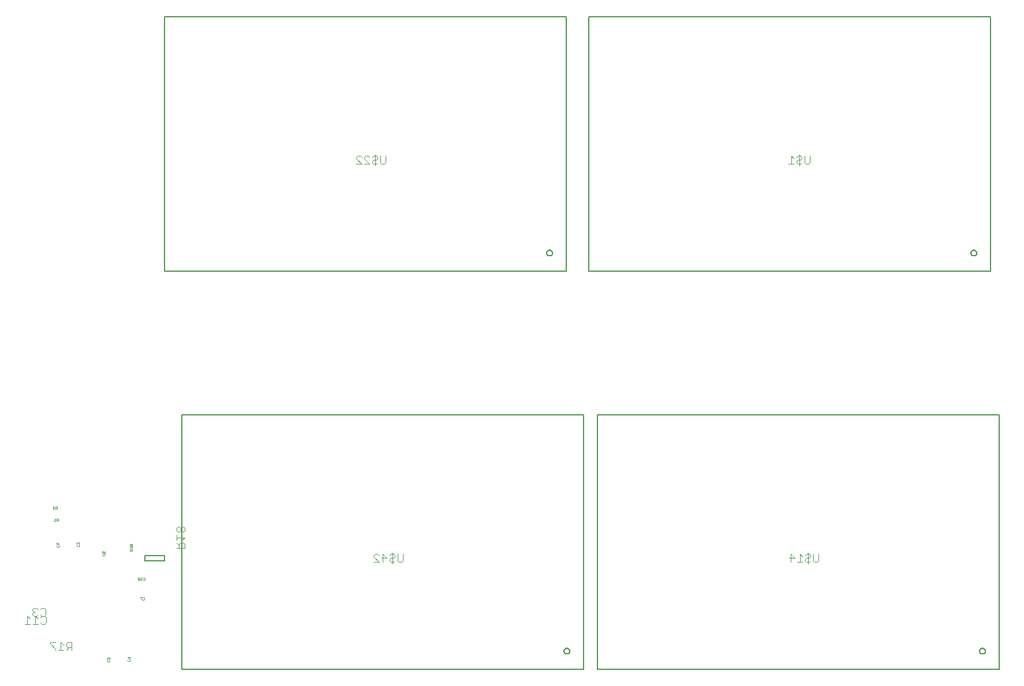
<source format=gbo>
G75*
%MOIN*%
%OFA0B0*%
%FSLAX25Y25*%
%IPPOS*%
%LPD*%
%AMOC8*
5,1,8,0,0,1.08239X$1,22.5*
%
%ADD10C,0.00500*%
%ADD11C,0.00400*%
%ADD12C,0.00100*%
%ADD13C,0.00600*%
D10*
X0103996Y0009980D02*
X0103996Y0156988D01*
X0336004Y0156988D01*
X0336004Y0009980D01*
X0103996Y0009980D01*
X0324629Y0020492D02*
X0324631Y0020573D01*
X0324637Y0020654D01*
X0324647Y0020735D01*
X0324661Y0020815D01*
X0324678Y0020895D01*
X0324700Y0020973D01*
X0324725Y0021050D01*
X0324754Y0021126D01*
X0324787Y0021201D01*
X0324823Y0021274D01*
X0324863Y0021345D01*
X0324906Y0021413D01*
X0324953Y0021480D01*
X0325002Y0021545D01*
X0325055Y0021606D01*
X0325111Y0021666D01*
X0325170Y0021722D01*
X0325231Y0021776D01*
X0325295Y0021826D01*
X0325361Y0021873D01*
X0325429Y0021918D01*
X0325499Y0021958D01*
X0325572Y0021995D01*
X0325646Y0022029D01*
X0325721Y0022059D01*
X0325798Y0022085D01*
X0325877Y0022108D01*
X0325956Y0022126D01*
X0326036Y0022141D01*
X0326116Y0022152D01*
X0326197Y0022159D01*
X0326279Y0022162D01*
X0326360Y0022161D01*
X0326441Y0022156D01*
X0326522Y0022147D01*
X0326602Y0022134D01*
X0326682Y0022118D01*
X0326761Y0022097D01*
X0326838Y0022073D01*
X0326915Y0022044D01*
X0326989Y0022013D01*
X0327063Y0021977D01*
X0327134Y0021938D01*
X0327203Y0021896D01*
X0327271Y0021850D01*
X0327336Y0021801D01*
X0327398Y0021749D01*
X0327458Y0021694D01*
X0327515Y0021636D01*
X0327570Y0021576D01*
X0327621Y0021513D01*
X0327669Y0021447D01*
X0327714Y0021379D01*
X0327755Y0021309D01*
X0327793Y0021237D01*
X0327828Y0021164D01*
X0327859Y0021089D01*
X0327886Y0021012D01*
X0327909Y0020934D01*
X0327929Y0020855D01*
X0327945Y0020775D01*
X0327957Y0020695D01*
X0327965Y0020614D01*
X0327969Y0020533D01*
X0327969Y0020451D01*
X0327965Y0020370D01*
X0327957Y0020289D01*
X0327945Y0020209D01*
X0327929Y0020129D01*
X0327909Y0020050D01*
X0327886Y0019972D01*
X0327859Y0019895D01*
X0327828Y0019820D01*
X0327793Y0019747D01*
X0327755Y0019675D01*
X0327714Y0019605D01*
X0327669Y0019537D01*
X0327621Y0019471D01*
X0327570Y0019408D01*
X0327515Y0019348D01*
X0327458Y0019290D01*
X0327398Y0019235D01*
X0327336Y0019183D01*
X0327271Y0019134D01*
X0327203Y0019088D01*
X0327134Y0019046D01*
X0327063Y0019007D01*
X0326989Y0018971D01*
X0326915Y0018940D01*
X0326838Y0018911D01*
X0326761Y0018887D01*
X0326682Y0018866D01*
X0326602Y0018850D01*
X0326522Y0018837D01*
X0326441Y0018828D01*
X0326360Y0018823D01*
X0326279Y0018822D01*
X0326197Y0018825D01*
X0326116Y0018832D01*
X0326036Y0018843D01*
X0325956Y0018858D01*
X0325877Y0018876D01*
X0325798Y0018899D01*
X0325721Y0018925D01*
X0325646Y0018955D01*
X0325572Y0018989D01*
X0325499Y0019026D01*
X0325429Y0019066D01*
X0325361Y0019111D01*
X0325295Y0019158D01*
X0325231Y0019208D01*
X0325170Y0019262D01*
X0325111Y0019318D01*
X0325055Y0019378D01*
X0325002Y0019439D01*
X0324953Y0019504D01*
X0324906Y0019571D01*
X0324863Y0019639D01*
X0324823Y0019710D01*
X0324787Y0019783D01*
X0324754Y0019858D01*
X0324725Y0019934D01*
X0324700Y0020011D01*
X0324678Y0020089D01*
X0324661Y0020169D01*
X0324647Y0020249D01*
X0324637Y0020330D01*
X0324631Y0020411D01*
X0324629Y0020492D01*
X0343996Y0009980D02*
X0343996Y0156988D01*
X0576004Y0156988D01*
X0576004Y0009980D01*
X0343996Y0009980D01*
X0564629Y0020492D02*
X0564631Y0020573D01*
X0564637Y0020654D01*
X0564647Y0020735D01*
X0564661Y0020815D01*
X0564678Y0020895D01*
X0564700Y0020973D01*
X0564725Y0021050D01*
X0564754Y0021126D01*
X0564787Y0021201D01*
X0564823Y0021274D01*
X0564863Y0021345D01*
X0564906Y0021413D01*
X0564953Y0021480D01*
X0565002Y0021545D01*
X0565055Y0021606D01*
X0565111Y0021666D01*
X0565170Y0021722D01*
X0565231Y0021776D01*
X0565295Y0021826D01*
X0565361Y0021873D01*
X0565429Y0021918D01*
X0565499Y0021958D01*
X0565572Y0021995D01*
X0565646Y0022029D01*
X0565721Y0022059D01*
X0565798Y0022085D01*
X0565877Y0022108D01*
X0565956Y0022126D01*
X0566036Y0022141D01*
X0566116Y0022152D01*
X0566197Y0022159D01*
X0566279Y0022162D01*
X0566360Y0022161D01*
X0566441Y0022156D01*
X0566522Y0022147D01*
X0566602Y0022134D01*
X0566682Y0022118D01*
X0566761Y0022097D01*
X0566838Y0022073D01*
X0566915Y0022044D01*
X0566989Y0022013D01*
X0567063Y0021977D01*
X0567134Y0021938D01*
X0567203Y0021896D01*
X0567271Y0021850D01*
X0567336Y0021801D01*
X0567398Y0021749D01*
X0567458Y0021694D01*
X0567515Y0021636D01*
X0567570Y0021576D01*
X0567621Y0021513D01*
X0567669Y0021447D01*
X0567714Y0021379D01*
X0567755Y0021309D01*
X0567793Y0021237D01*
X0567828Y0021164D01*
X0567859Y0021089D01*
X0567886Y0021012D01*
X0567909Y0020934D01*
X0567929Y0020855D01*
X0567945Y0020775D01*
X0567957Y0020695D01*
X0567965Y0020614D01*
X0567969Y0020533D01*
X0567969Y0020451D01*
X0567965Y0020370D01*
X0567957Y0020289D01*
X0567945Y0020209D01*
X0567929Y0020129D01*
X0567909Y0020050D01*
X0567886Y0019972D01*
X0567859Y0019895D01*
X0567828Y0019820D01*
X0567793Y0019747D01*
X0567755Y0019675D01*
X0567714Y0019605D01*
X0567669Y0019537D01*
X0567621Y0019471D01*
X0567570Y0019408D01*
X0567515Y0019348D01*
X0567458Y0019290D01*
X0567398Y0019235D01*
X0567336Y0019183D01*
X0567271Y0019134D01*
X0567203Y0019088D01*
X0567134Y0019046D01*
X0567063Y0019007D01*
X0566989Y0018971D01*
X0566915Y0018940D01*
X0566838Y0018911D01*
X0566761Y0018887D01*
X0566682Y0018866D01*
X0566602Y0018850D01*
X0566522Y0018837D01*
X0566441Y0018828D01*
X0566360Y0018823D01*
X0566279Y0018822D01*
X0566197Y0018825D01*
X0566116Y0018832D01*
X0566036Y0018843D01*
X0565956Y0018858D01*
X0565877Y0018876D01*
X0565798Y0018899D01*
X0565721Y0018925D01*
X0565646Y0018955D01*
X0565572Y0018989D01*
X0565499Y0019026D01*
X0565429Y0019066D01*
X0565361Y0019111D01*
X0565295Y0019158D01*
X0565231Y0019208D01*
X0565170Y0019262D01*
X0565111Y0019318D01*
X0565055Y0019378D01*
X0565002Y0019439D01*
X0564953Y0019504D01*
X0564906Y0019571D01*
X0564863Y0019639D01*
X0564823Y0019710D01*
X0564787Y0019783D01*
X0564754Y0019858D01*
X0564725Y0019934D01*
X0564700Y0020011D01*
X0564678Y0020089D01*
X0564661Y0020169D01*
X0564647Y0020249D01*
X0564637Y0020330D01*
X0564631Y0020411D01*
X0564629Y0020492D01*
X0571004Y0239980D02*
X0338996Y0239980D01*
X0338996Y0386988D01*
X0571004Y0386988D01*
X0571004Y0239980D01*
X0559629Y0250492D02*
X0559631Y0250573D01*
X0559637Y0250654D01*
X0559647Y0250735D01*
X0559661Y0250815D01*
X0559678Y0250895D01*
X0559700Y0250973D01*
X0559725Y0251050D01*
X0559754Y0251126D01*
X0559787Y0251201D01*
X0559823Y0251274D01*
X0559863Y0251345D01*
X0559906Y0251413D01*
X0559953Y0251480D01*
X0560002Y0251545D01*
X0560055Y0251606D01*
X0560111Y0251666D01*
X0560170Y0251722D01*
X0560231Y0251776D01*
X0560295Y0251826D01*
X0560361Y0251873D01*
X0560429Y0251918D01*
X0560499Y0251958D01*
X0560572Y0251995D01*
X0560646Y0252029D01*
X0560721Y0252059D01*
X0560798Y0252085D01*
X0560877Y0252108D01*
X0560956Y0252126D01*
X0561036Y0252141D01*
X0561116Y0252152D01*
X0561197Y0252159D01*
X0561279Y0252162D01*
X0561360Y0252161D01*
X0561441Y0252156D01*
X0561522Y0252147D01*
X0561602Y0252134D01*
X0561682Y0252118D01*
X0561761Y0252097D01*
X0561838Y0252073D01*
X0561915Y0252044D01*
X0561989Y0252013D01*
X0562063Y0251977D01*
X0562134Y0251938D01*
X0562203Y0251896D01*
X0562271Y0251850D01*
X0562336Y0251801D01*
X0562398Y0251749D01*
X0562458Y0251694D01*
X0562515Y0251636D01*
X0562570Y0251576D01*
X0562621Y0251513D01*
X0562669Y0251447D01*
X0562714Y0251379D01*
X0562755Y0251309D01*
X0562793Y0251237D01*
X0562828Y0251164D01*
X0562859Y0251089D01*
X0562886Y0251012D01*
X0562909Y0250934D01*
X0562929Y0250855D01*
X0562945Y0250775D01*
X0562957Y0250695D01*
X0562965Y0250614D01*
X0562969Y0250533D01*
X0562969Y0250451D01*
X0562965Y0250370D01*
X0562957Y0250289D01*
X0562945Y0250209D01*
X0562929Y0250129D01*
X0562909Y0250050D01*
X0562886Y0249972D01*
X0562859Y0249895D01*
X0562828Y0249820D01*
X0562793Y0249747D01*
X0562755Y0249675D01*
X0562714Y0249605D01*
X0562669Y0249537D01*
X0562621Y0249471D01*
X0562570Y0249408D01*
X0562515Y0249348D01*
X0562458Y0249290D01*
X0562398Y0249235D01*
X0562336Y0249183D01*
X0562271Y0249134D01*
X0562203Y0249088D01*
X0562134Y0249046D01*
X0562063Y0249007D01*
X0561989Y0248971D01*
X0561915Y0248940D01*
X0561838Y0248911D01*
X0561761Y0248887D01*
X0561682Y0248866D01*
X0561602Y0248850D01*
X0561522Y0248837D01*
X0561441Y0248828D01*
X0561360Y0248823D01*
X0561279Y0248822D01*
X0561197Y0248825D01*
X0561116Y0248832D01*
X0561036Y0248843D01*
X0560956Y0248858D01*
X0560877Y0248876D01*
X0560798Y0248899D01*
X0560721Y0248925D01*
X0560646Y0248955D01*
X0560572Y0248989D01*
X0560499Y0249026D01*
X0560429Y0249066D01*
X0560361Y0249111D01*
X0560295Y0249158D01*
X0560231Y0249208D01*
X0560170Y0249262D01*
X0560111Y0249318D01*
X0560055Y0249378D01*
X0560002Y0249439D01*
X0559953Y0249504D01*
X0559906Y0249571D01*
X0559863Y0249639D01*
X0559823Y0249710D01*
X0559787Y0249783D01*
X0559754Y0249858D01*
X0559725Y0249934D01*
X0559700Y0250011D01*
X0559678Y0250089D01*
X0559661Y0250169D01*
X0559647Y0250249D01*
X0559637Y0250330D01*
X0559631Y0250411D01*
X0559629Y0250492D01*
X0326004Y0239980D02*
X0093996Y0239980D01*
X0093996Y0386988D01*
X0326004Y0386988D01*
X0326004Y0239980D01*
X0314629Y0250492D02*
X0314631Y0250573D01*
X0314637Y0250654D01*
X0314647Y0250735D01*
X0314661Y0250815D01*
X0314678Y0250895D01*
X0314700Y0250973D01*
X0314725Y0251050D01*
X0314754Y0251126D01*
X0314787Y0251201D01*
X0314823Y0251274D01*
X0314863Y0251345D01*
X0314906Y0251413D01*
X0314953Y0251480D01*
X0315002Y0251545D01*
X0315055Y0251606D01*
X0315111Y0251666D01*
X0315170Y0251722D01*
X0315231Y0251776D01*
X0315295Y0251826D01*
X0315361Y0251873D01*
X0315429Y0251918D01*
X0315499Y0251958D01*
X0315572Y0251995D01*
X0315646Y0252029D01*
X0315721Y0252059D01*
X0315798Y0252085D01*
X0315877Y0252108D01*
X0315956Y0252126D01*
X0316036Y0252141D01*
X0316116Y0252152D01*
X0316197Y0252159D01*
X0316279Y0252162D01*
X0316360Y0252161D01*
X0316441Y0252156D01*
X0316522Y0252147D01*
X0316602Y0252134D01*
X0316682Y0252118D01*
X0316761Y0252097D01*
X0316838Y0252073D01*
X0316915Y0252044D01*
X0316989Y0252013D01*
X0317063Y0251977D01*
X0317134Y0251938D01*
X0317203Y0251896D01*
X0317271Y0251850D01*
X0317336Y0251801D01*
X0317398Y0251749D01*
X0317458Y0251694D01*
X0317515Y0251636D01*
X0317570Y0251576D01*
X0317621Y0251513D01*
X0317669Y0251447D01*
X0317714Y0251379D01*
X0317755Y0251309D01*
X0317793Y0251237D01*
X0317828Y0251164D01*
X0317859Y0251089D01*
X0317886Y0251012D01*
X0317909Y0250934D01*
X0317929Y0250855D01*
X0317945Y0250775D01*
X0317957Y0250695D01*
X0317965Y0250614D01*
X0317969Y0250533D01*
X0317969Y0250451D01*
X0317965Y0250370D01*
X0317957Y0250289D01*
X0317945Y0250209D01*
X0317929Y0250129D01*
X0317909Y0250050D01*
X0317886Y0249972D01*
X0317859Y0249895D01*
X0317828Y0249820D01*
X0317793Y0249747D01*
X0317755Y0249675D01*
X0317714Y0249605D01*
X0317669Y0249537D01*
X0317621Y0249471D01*
X0317570Y0249408D01*
X0317515Y0249348D01*
X0317458Y0249290D01*
X0317398Y0249235D01*
X0317336Y0249183D01*
X0317271Y0249134D01*
X0317203Y0249088D01*
X0317134Y0249046D01*
X0317063Y0249007D01*
X0316989Y0248971D01*
X0316915Y0248940D01*
X0316838Y0248911D01*
X0316761Y0248887D01*
X0316682Y0248866D01*
X0316602Y0248850D01*
X0316522Y0248837D01*
X0316441Y0248828D01*
X0316360Y0248823D01*
X0316279Y0248822D01*
X0316197Y0248825D01*
X0316116Y0248832D01*
X0316036Y0248843D01*
X0315956Y0248858D01*
X0315877Y0248876D01*
X0315798Y0248899D01*
X0315721Y0248925D01*
X0315646Y0248955D01*
X0315572Y0248989D01*
X0315499Y0249026D01*
X0315429Y0249066D01*
X0315361Y0249111D01*
X0315295Y0249158D01*
X0315231Y0249208D01*
X0315170Y0249262D01*
X0315111Y0249318D01*
X0315055Y0249378D01*
X0315002Y0249439D01*
X0314953Y0249504D01*
X0314906Y0249571D01*
X0314863Y0249639D01*
X0314823Y0249710D01*
X0314787Y0249783D01*
X0314754Y0249858D01*
X0314725Y0249934D01*
X0314700Y0250011D01*
X0314678Y0250089D01*
X0314661Y0250169D01*
X0314647Y0250249D01*
X0314637Y0250330D01*
X0314631Y0250411D01*
X0314629Y0250492D01*
D11*
X0030992Y0021752D02*
X0027923Y0024821D01*
X0027923Y0025588D01*
X0030992Y0025588D01*
X0034061Y0025588D02*
X0034061Y0020984D01*
X0032527Y0020984D02*
X0035596Y0020984D01*
X0037131Y0020984D02*
X0038665Y0022519D01*
X0037898Y0022519D02*
X0040200Y0022519D01*
X0040200Y0020984D02*
X0040200Y0025588D01*
X0037898Y0025588D01*
X0037131Y0024821D01*
X0037131Y0023286D01*
X0037898Y0022519D01*
X0035596Y0024054D02*
X0034061Y0025588D01*
X0030992Y0021752D02*
X0030992Y0020984D01*
X0024733Y0036084D02*
X0023198Y0036084D01*
X0022431Y0036852D01*
X0020896Y0036084D02*
X0017827Y0036084D01*
X0019361Y0036084D02*
X0019361Y0040688D01*
X0020896Y0039154D01*
X0022431Y0039921D02*
X0023198Y0040688D01*
X0024733Y0040688D01*
X0025500Y0039921D01*
X0025500Y0036852D01*
X0024733Y0036084D01*
X0016292Y0036084D02*
X0013223Y0036084D01*
X0014758Y0036084D02*
X0014758Y0040688D01*
X0016292Y0039154D01*
X0018494Y0040784D02*
X0020029Y0040784D01*
X0020796Y0041552D01*
X0022331Y0041552D02*
X0023098Y0040784D01*
X0024633Y0040784D01*
X0025400Y0041552D01*
X0025400Y0044621D01*
X0024633Y0045388D01*
X0023098Y0045388D01*
X0022331Y0044621D01*
X0020796Y0044621D02*
X0020029Y0045388D01*
X0018494Y0045388D01*
X0017727Y0044621D01*
X0017727Y0043854D01*
X0018494Y0043086D01*
X0017727Y0042319D01*
X0017727Y0041552D01*
X0018494Y0040784D01*
X0018494Y0043086D02*
X0019261Y0043086D01*
X0100900Y0079984D02*
X0105504Y0079984D01*
X0105504Y0082286D01*
X0104737Y0083054D01*
X0103202Y0083054D01*
X0102435Y0082286D01*
X0102435Y0079984D01*
X0102435Y0081519D02*
X0100900Y0083054D01*
X0100900Y0084588D02*
X0100900Y0087658D01*
X0100900Y0086123D02*
X0105504Y0086123D01*
X0103969Y0084588D01*
X0103969Y0089192D02*
X0104737Y0089192D01*
X0105504Y0089960D01*
X0105504Y0091494D01*
X0104737Y0092261D01*
X0103969Y0092261D01*
X0103202Y0091494D01*
X0103202Y0089960D01*
X0103969Y0089192D01*
X0103202Y0089960D02*
X0102435Y0089192D01*
X0101667Y0089192D01*
X0100900Y0089960D01*
X0100900Y0091494D01*
X0101667Y0092261D01*
X0102435Y0092261D01*
X0103202Y0091494D01*
X0214730Y0075710D02*
X0215497Y0076477D01*
X0217032Y0076477D01*
X0217799Y0075710D01*
X0219334Y0074175D02*
X0222403Y0074175D01*
X0220101Y0076477D01*
X0220101Y0071873D01*
X0217799Y0071873D02*
X0214730Y0074943D01*
X0214730Y0075710D01*
X0214730Y0071873D02*
X0217799Y0071873D01*
X0223938Y0072641D02*
X0223938Y0073408D01*
X0224705Y0074175D01*
X0226240Y0074175D01*
X0227007Y0074943D01*
X0227007Y0075710D01*
X0226240Y0076477D01*
X0224705Y0076477D01*
X0223938Y0075710D01*
X0225472Y0077245D02*
X0225472Y0071106D01*
X0224705Y0071873D02*
X0223938Y0072641D01*
X0224705Y0071873D02*
X0226240Y0071873D01*
X0227007Y0072641D01*
X0228542Y0072641D02*
X0228542Y0076477D01*
X0231611Y0076477D02*
X0231611Y0072641D01*
X0230844Y0071873D01*
X0229309Y0071873D01*
X0228542Y0072641D01*
X0454730Y0074175D02*
X0457799Y0074175D01*
X0455497Y0076477D01*
X0455497Y0071873D01*
X0459334Y0071873D02*
X0462403Y0071873D01*
X0460869Y0071873D02*
X0460869Y0076477D01*
X0462403Y0074943D01*
X0463938Y0075710D02*
X0464705Y0076477D01*
X0466240Y0076477D01*
X0467007Y0075710D01*
X0467007Y0074943D01*
X0466240Y0074175D01*
X0464705Y0074175D01*
X0463938Y0073408D01*
X0463938Y0072641D01*
X0464705Y0071873D01*
X0466240Y0071873D01*
X0467007Y0072641D01*
X0468542Y0072641D02*
X0468542Y0076477D01*
X0471611Y0076477D02*
X0471611Y0072641D01*
X0470844Y0071873D01*
X0469309Y0071873D01*
X0468542Y0072641D01*
X0465472Y0071106D02*
X0465472Y0077245D01*
X0460472Y0301106D02*
X0460472Y0307245D01*
X0459705Y0306477D02*
X0461240Y0306477D01*
X0462007Y0305710D01*
X0462007Y0304943D01*
X0461240Y0304175D01*
X0459705Y0304175D01*
X0458938Y0303408D01*
X0458938Y0302641D01*
X0459705Y0301873D01*
X0461240Y0301873D01*
X0462007Y0302641D01*
X0463542Y0302641D02*
X0463542Y0306477D01*
X0466611Y0306477D02*
X0466611Y0302641D01*
X0465844Y0301873D01*
X0464309Y0301873D01*
X0463542Y0302641D01*
X0459705Y0306477D02*
X0458938Y0305710D01*
X0457403Y0304943D02*
X0455869Y0306477D01*
X0455869Y0301873D01*
X0457403Y0301873D02*
X0454334Y0301873D01*
X0221611Y0302641D02*
X0220844Y0301873D01*
X0219309Y0301873D01*
X0218542Y0302641D01*
X0218542Y0306477D01*
X0217007Y0305710D02*
X0216240Y0306477D01*
X0214705Y0306477D01*
X0213938Y0305710D01*
X0212403Y0305710D02*
X0211636Y0306477D01*
X0210101Y0306477D01*
X0209334Y0305710D01*
X0209334Y0304943D01*
X0212403Y0301873D01*
X0209334Y0301873D01*
X0207799Y0301873D02*
X0204730Y0304943D01*
X0204730Y0305710D01*
X0205497Y0306477D01*
X0207032Y0306477D01*
X0207799Y0305710D01*
X0207799Y0301873D02*
X0204730Y0301873D01*
X0213938Y0302641D02*
X0213938Y0303408D01*
X0214705Y0304175D01*
X0216240Y0304175D01*
X0217007Y0304943D01*
X0217007Y0305710D01*
X0215472Y0307245D02*
X0215472Y0301106D01*
X0214705Y0301873D02*
X0213938Y0302641D01*
X0214705Y0301873D02*
X0216240Y0301873D01*
X0217007Y0302641D01*
X0221611Y0302641D02*
X0221611Y0306477D01*
D12*
X0031997Y0104036D02*
X0031246Y0104036D01*
X0030996Y0103785D01*
X0030996Y0103285D01*
X0031246Y0103035D01*
X0031997Y0103035D01*
X0031997Y0102534D02*
X0031997Y0104036D01*
X0031496Y0103035D02*
X0030996Y0102534D01*
X0030523Y0102785D02*
X0030273Y0102534D01*
X0029773Y0102534D01*
X0029522Y0102785D01*
X0029522Y0103035D01*
X0029773Y0103285D01*
X0030023Y0103285D01*
X0029773Y0103285D02*
X0029522Y0103535D01*
X0029522Y0103785D01*
X0029773Y0104036D01*
X0030273Y0104036D01*
X0030523Y0103785D01*
X0030523Y0097036D02*
X0030523Y0095534D01*
X0031023Y0095534D02*
X0030022Y0095534D01*
X0031023Y0096535D02*
X0030523Y0097036D01*
X0031496Y0096785D02*
X0031496Y0096285D01*
X0031746Y0096035D01*
X0032497Y0096035D01*
X0032497Y0095534D02*
X0032497Y0097036D01*
X0031746Y0097036D01*
X0031496Y0096785D01*
X0031996Y0096035D02*
X0031496Y0095534D01*
X0031907Y0083114D02*
X0032158Y0083114D01*
X0032408Y0082864D01*
X0032408Y0082113D01*
X0031907Y0082113D01*
X0031657Y0082363D01*
X0031657Y0082864D01*
X0031907Y0083114D01*
X0032908Y0082614D02*
X0032408Y0082113D01*
X0032908Y0081641D02*
X0033158Y0081391D01*
X0033158Y0080890D01*
X0032908Y0080640D01*
X0031907Y0080640D01*
X0031657Y0080890D01*
X0031657Y0081391D01*
X0031907Y0081641D01*
X0032908Y0082614D02*
X0033158Y0083114D01*
X0043250Y0083408D02*
X0043250Y0082407D01*
X0044251Y0083408D01*
X0044501Y0083408D01*
X0044751Y0083157D01*
X0044751Y0082657D01*
X0044501Y0082407D01*
X0044501Y0081934D02*
X0044751Y0081684D01*
X0044751Y0081184D01*
X0044501Y0080934D01*
X0043500Y0080934D01*
X0043250Y0081184D01*
X0043250Y0081684D01*
X0043500Y0081934D01*
X0057957Y0077839D02*
X0057957Y0077339D01*
X0058207Y0077089D01*
X0058207Y0076616D02*
X0057957Y0076366D01*
X0057957Y0075866D01*
X0058207Y0075615D01*
X0059208Y0075615D01*
X0059458Y0075866D01*
X0059458Y0076366D01*
X0059208Y0076616D01*
X0059458Y0077089D02*
X0058708Y0077089D01*
X0058958Y0077589D01*
X0058958Y0077839D01*
X0058708Y0078090D01*
X0058207Y0078090D01*
X0057957Y0077839D01*
X0059458Y0078090D02*
X0059458Y0077089D01*
X0073863Y0078445D02*
X0075364Y0078445D01*
X0075364Y0079196D01*
X0075114Y0079446D01*
X0074613Y0079446D01*
X0074363Y0079196D01*
X0074363Y0078445D01*
X0074363Y0078946D02*
X0073863Y0079446D01*
X0074113Y0079919D02*
X0073863Y0080169D01*
X0073863Y0080669D01*
X0074113Y0080919D01*
X0074363Y0080919D01*
X0074613Y0080669D01*
X0074613Y0080419D01*
X0074613Y0080669D02*
X0074863Y0080919D01*
X0075114Y0080919D01*
X0075364Y0080669D01*
X0075364Y0080169D01*
X0075114Y0079919D01*
X0075114Y0081392D02*
X0075364Y0081642D01*
X0075364Y0082142D01*
X0075114Y0082393D01*
X0074113Y0081392D01*
X0073863Y0081642D01*
X0073863Y0082142D01*
X0074113Y0082393D01*
X0075114Y0082393D01*
X0075114Y0081392D02*
X0074113Y0081392D01*
X0078854Y0063029D02*
X0078604Y0062778D01*
X0079604Y0061777D01*
X0079354Y0061527D01*
X0078854Y0061527D01*
X0078604Y0061777D01*
X0078604Y0062778D01*
X0078854Y0063029D02*
X0079354Y0063029D01*
X0079604Y0062778D01*
X0079604Y0061777D01*
X0080077Y0061527D02*
X0081078Y0061527D01*
X0080577Y0061527D02*
X0080577Y0063029D01*
X0081078Y0062528D01*
X0081550Y0062778D02*
X0081800Y0063029D01*
X0082301Y0063029D01*
X0082551Y0062778D01*
X0082551Y0061777D01*
X0082301Y0061527D01*
X0081800Y0061527D01*
X0081550Y0061777D01*
X0081508Y0051536D02*
X0082009Y0051536D01*
X0082259Y0051285D01*
X0082259Y0050285D01*
X0082009Y0050034D01*
X0081508Y0050034D01*
X0081258Y0050285D01*
X0080785Y0050285D02*
X0080785Y0050034D01*
X0080785Y0050285D02*
X0079785Y0051285D01*
X0079785Y0051536D01*
X0080785Y0051536D01*
X0081258Y0051285D02*
X0081508Y0051536D01*
X0073394Y0017056D02*
X0073394Y0016056D01*
X0074144Y0016806D01*
X0072643Y0016806D01*
X0072893Y0015583D02*
X0072643Y0015333D01*
X0072643Y0014833D01*
X0072893Y0014582D01*
X0073894Y0014582D01*
X0074144Y0014833D01*
X0074144Y0015333D01*
X0073894Y0015583D01*
X0062351Y0016012D02*
X0062101Y0015762D01*
X0061851Y0015762D01*
X0061601Y0016012D01*
X0061601Y0016763D01*
X0062101Y0016763D02*
X0062351Y0016513D01*
X0062351Y0016012D01*
X0062101Y0015289D02*
X0062351Y0015039D01*
X0062351Y0014539D01*
X0062101Y0014289D01*
X0061100Y0014289D01*
X0060850Y0014539D01*
X0060850Y0015039D01*
X0061100Y0015289D01*
X0061100Y0015762D02*
X0060850Y0016012D01*
X0060850Y0016513D01*
X0061100Y0016763D01*
X0062101Y0016763D01*
D13*
X0082700Y0072684D02*
X0094100Y0072684D01*
X0094100Y0075684D01*
X0082700Y0075684D01*
X0082700Y0072684D01*
M02*

</source>
